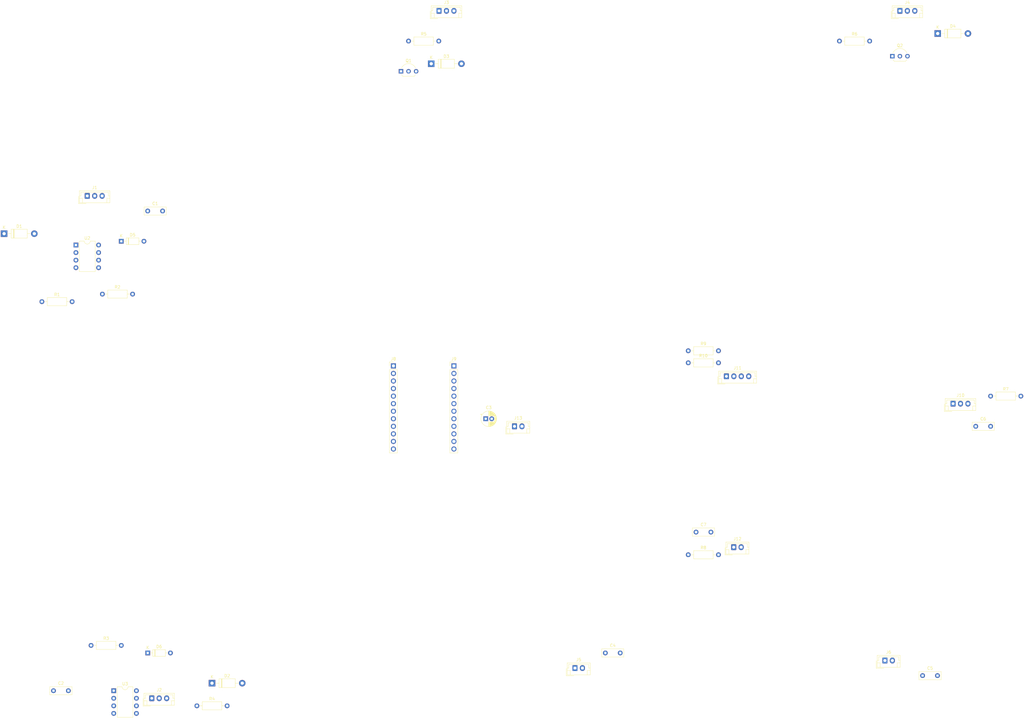
<source format=kicad_pcb>
(kicad_pcb (version 20221018) (generator pcbnew)
  (layers (0 "F.Cu" signal) (31 "B.Cu" signal) (34 "B.Paste" user) (35 "F.Paste" user) (36 "B.SilkS" user "B.Silkscreen") (37 "F.SilkS" user "F.Silkscreen") (38 "B.Mask" user) (39 "F.Mask" user) (44 "Edge.Cuts" user))
  (net 0 "")
  (net 1 "VCC")
  (net 2 "GND")
  (net 3 "CLK1")
  (net 4 "CLK2")
  (net 5 "CSW")
  (net 6 "CPR")
  (net 7 "Net-(D1-K)")
  (net 8 "Net-(D1-A)")
  (net 9 "Net-(D2-K)")
  (net 10 "Net-(D2-A)")
  (net 11 "Net-(D3-K)")
  (net 12 "Net-(D4-K)")
  (net 13 "Net-(D5-K)")
  (net 14 "Net-(D5-A)")
  (net 15 "Net-(D6-K)")
  (net 16 "Net-(D6-A)")
  (net 17 "OUT1")
  (net 18 "IN1")
  (net 19 "SDA")
  (net 20 "SCL")
  (net 21 "IN2")
  (net 29 "OUT2")
  (net 33 "Net-(Q1-B)")
  (net 34 "Net-(Q2-B)")
  (footprint "Connector_JST:JST_EH_B3B-EH-A_1x03_P2.50mm_Vertical" (layer "F.Cu") (at 160.1 -43.18)
    (fp_text reference "J3" (at 2.5 -2.8) (layer "F.SilkS"))
    (fp_text value "MIDI OUT 1")
    (pad "1" thru_hole roundrect (at 0 0) (size 1.7 1.95) (drill 0.95) (layers "*.Cu" "*.Mask") (roundrect_rratio 0.147059) (net 1 "VCC"))
    (pad "2" thru_hole oval (at 2.5 0) (size 1.7 1.95) (drill 0.95) (layers "*.Cu" "*.Mask") (net 11 "Net-(D3-K)"))
    (pad "3" thru_hole oval (at 5 0) (size 1.7 1.95) (drill 0.95) (layers "*.Cu" "*.Mask") (net 2 "GND"))
  )
  (footprint "Capacitor_THT:C_Rect_L7.2mm_W2.5mm_P5.00mm_FKS2_FKP2_MKS2_MKP2" (layer "F.Cu") (at 30.56 185.42)
    (fp_text reference "C2" (at 2.5 -2.5) (layer "F.SilkS"))
    (fp_text value "0.1uF")
    (pad "1" thru_hole circle (at 0 0) (size 1.6 1.6) (drill 0.8) (layers "*.Cu" "*.Mask") (net 1 "VCC"))
    (pad "2" thru_hole circle (at 5 0) (size 1.6 1.6) (drill 0.8) (layers "*.Cu" "*.Mask") (net 2 "GND"))
  )
  (footprint "Connector_PinHeader_2.54mm:PinHeader_1x12_P2.54mm_Vertical" (layer "F.Cu") (at 165.1 76.2)
    (fp_text reference "J9" (at 0 -2.33) (layer "F.SilkS"))
    (fp_text value "RIGHT")
    (pad "1" thru_hole rect (at 0 0) (size 1.7 1.7) (drill 1) (layers "*.Cu" "*.Mask"))
    (pad "2" thru_hole oval (at 0 2.54) (size 1.7 1.7) (drill 1) (layers "*.Cu" "*.Mask") (net 2 "GND"))
    (pad "3" thru_hole oval (at 0 5.08) (size 1.7 1.7) (drill 1) (layers "*.Cu" "*.Mask"))
    (pad "4" thru_hole oval (at 0 7.62) (size 1.7 1.7) (drill 1) (layers "*.Cu" "*.Mask") (net 1 "VCC"))
    (pad "5" thru_hole oval (at 0 10.16) (size 1.7 1.7) (drill 1) (layers "*.Cu" "*.Mask"))
    (pad "6" thru_hole oval (at 0 12.7) (size 1.7 1.7) (drill 1) (layers "*.Cu" "*.Mask"))
    (pad "7" thru_hole oval (at 0 15.24) (size 1.7 1.7) (drill 1) (layers "*.Cu" "*.Mask"))
    (pad "8" thru_hole oval (at 0 17.78) (size 1.7 1.7) (drill 1) (layers "*.Cu" "*.Mask"))
    (pad "9" thru_hole oval (at 0 20.32) (size 1.7 1.7) (drill 1) (layers "*.Cu" "*.Mask") (net 29 "OUT2"))
    (pad "10" thru_hole oval (at 0 22.86) (size 1.7 1.7) (drill 1) (layers "*.Cu" "*.Mask"))
    (pad "11" thru_hole oval (at 0 25.4) (size 1.7 1.7) (drill 1) (layers "*.Cu" "*.Mask"))
    (pad "12" thru_hole oval (at 0 27.94) (size 1.7 1.7) (drill 1) (layers "*.Cu" "*.Mask"))
  )
  (footprint "Resistor_THT:R_Axial_DIN0207_L6.3mm_D2.5mm_P10.16mm_Horizontal" (layer "F.Cu") (at 78.74 190.5)
    (fp_text reference "R4" (at 5.08 -2.37) (layer "F.SilkS"))
    (fp_text value "4.7K")
    (pad "1" thru_hole circle (at 0 0) (size 1.6 1.6) (drill 0.8) (layers "*.Cu" "*.Mask") (net 21 "IN2"))
    (pad "2" thru_hole oval (at 10.16 0) (size 1.6 1.6) (drill 0.8) (layers "*.Cu" "*.Mask") (net 1 "VCC"))
  )
  (footprint "Resistor_THT:R_Axial_DIN0207_L6.3mm_D2.5mm_P10.16mm_Horizontal" (layer "F.Cu") (at 243.84 75.17)
    (fp_text reference "R10" (at 5.08 -2.37) (layer "F.SilkS"))
    (fp_text value "4.7K")
    (pad "1" thru_hole circle (at 0 0) (size 1.6 1.6) (drill 0.8) (layers "*.Cu" "*.Mask") (net 1 "VCC"))
    (pad "2" thru_hole oval (at 10.16 0) (size 1.6 1.6) (drill 0.8) (layers "*.Cu" "*.Mask") (net 20 "SCL"))
  )
  (footprint "Resistor_THT:R_Axial_DIN0207_L6.3mm_D2.5mm_P10.16mm_Horizontal" (layer "F.Cu") (at 149.86 -33.02)
    (fp_text reference "R5" (at 5.08 -2.37) (layer "F.SilkS"))
    (fp_text value "220R")
    (pad "1" thru_hole circle (at 0 0) (size 1.6 1.6) (drill 0.8) (layers "*.Cu" "*.Mask") (net 17 "OUT1"))
    (pad "2" thru_hole oval (at 10.16 0) (size 1.6 1.6) (drill 0.8) (layers "*.Cu" "*.Mask") (net 33 "Net-(Q1-B)"))
  )
  (footprint "Diode_THT:D_DO-41_SOD81_P10.16mm_Horizontal" (layer "F.Cu") (at 157.48 -25.4)
    (fp_text reference "D3" (at 5.08 -2.47) (layer "F.SilkS"))
    (fp_text value "1N5819")
    (fp_text user "K" (at 0 -2.1) (layer "F.SilkS"))
    (pad "1" thru_hole rect (at 0 0) (size 2.2 2.2) (drill 1.1) (layers "*.Cu" "*.Mask") (net 11 "Net-(D3-K)"))
    (pad "2" thru_hole oval (at 10.16 0) (size 2.2 2.2) (drill 1.1) (layers "*.Cu" "*.Mask") (net 2 "GND"))
  )
  (footprint "Resistor_THT:R_Axial_DIN0207_L6.3mm_D2.5mm_P10.16mm_Horizontal" (layer "F.Cu") (at 46.98 52.06)
    (fp_text reference "R2" (at 5.08 -2.37) (layer "F.SilkS"))
    (fp_text value "4.7K")
    (pad "1" thru_hole circle (at 0 0) (size 1.6 1.6) (drill 0.8) (layers "*.Cu" "*.Mask") (net 18 "IN1"))
    (pad "2" thru_hole oval (at 10.16 0) (size 1.6 1.6) (drill 0.8) (layers "*.Cu" "*.Mask") (net 1 "VCC"))
  )
  (footprint "Connector_JST:JST_EH_B3B-EH-A_1x03_P2.50mm_Vertical" (layer "F.Cu") (at 63.58 187.96)
    (fp_text reference "J2" (at 2.5 -2.8) (layer "F.SilkS"))
    (fp_text value "MIDI IN 2")
    (pad "1" thru_hole roundrect (at 0 0) (size 1.7 1.95) (drill 0.95) (layers "*.Cu" "*.Mask") (roundrect_rratio 0.147059) (net 16 "Net-(D6-A)"))
    (pad "2" thru_hole oval (at 2.5 0) (size 1.7 1.95) (drill 0.95) (layers "*.Cu" "*.Mask") (net 10 "Net-(D2-A)"))
    (pad "3" thru_hole oval (at 5 0) (size 1.7 1.95) (drill 0.95) (layers "*.Cu" "*.Mask") (net 2 "GND"))
  )
  (footprint "Connector_JST:JST_EH_B2B-EH-A_1x02_P2.50mm_Vertical" (layer "F.Cu") (at 259.12 137.16)
    (fp_text reference "J12" (at 1.25 -2.8) (layer "F.SilkS"))
    (fp_text value "RESOLUTION")
    (pad "1" thru_hole roundrect (at 0 0) (size 1.7 2) (drill 1) (layers "*.Cu" "*.Mask") (roundrect_rratio 0.147059) (net 6 "CPR"))
    (pad "2" thru_hole oval (at 2.5 0) (size 1.7 2) (drill 1) (layers "*.Cu" "*.Mask") (net 2 "GND"))
  )
  (footprint "Diode_THT:D_DO-41_SOD81_P10.16mm_Horizontal" (layer "F.Cu") (at 327.66 -35.56)
    (fp_text reference "D4" (at 5.08 -2.47) (layer "F.SilkS"))
    (fp_text value "1N5819")
    (fp_text user "K" (at 0 -2.1) (layer "F.SilkS"))
    (pad "1" thru_hole rect (at 0 0) (size 2.2 2.2) (drill 1.1) (layers "*.Cu" "*.Mask") (net 12 "Net-(D4-K)"))
    (pad "2" thru_hole oval (at 10.16 0) (size 2.2 2.2) (drill 1.1) (layers "*.Cu" "*.Mask") (net 2 "GND"))
  )
  (footprint "Resistor_THT:R_Axial_DIN0207_L6.3mm_D2.5mm_P10.16mm_Horizontal" (layer "F.Cu") (at 243.84 139.7)
    (fp_text reference "R8" (at 5.08 -2.37) (layer "F.SilkS"))
    (fp_text value "10K")
    (pad "1" thru_hole circle (at 0 0) (size 1.6 1.6) (drill 0.8) (layers "*.Cu" "*.Mask") (net 2 "GND"))
    (pad "2" thru_hole oval (at 10.16 0) (size 1.6 1.6) (drill 0.8) (layers "*.Cu" "*.Mask") (net 6 "CPR"))
  )
  (footprint "Capacitor_THT:C_Rect_L7.2mm_W2.5mm_P5.00mm_FKS2_FKP2_MKS2_MKP2" (layer "F.Cu") (at 322.58 180.34)
    (fp_text reference "C5" (at 2.5 -2.5) (layer "F.SilkS"))
    (fp_text value "10nF")
    (pad "1" thru_hole circle (at 0 0) (size 1.6 1.6) (drill 0.8) (layers "*.Cu" "*.Mask") (net 2 "GND"))
    (pad "2" thru_hole circle (at 5 0) (size 1.6 1.6) (drill 0.8) (layers "*.Cu" "*.Mask") (net 4 "CLK2"))
  )
  (footprint "Package_DIP:DIP-8_W7.62mm" (layer "F.Cu") (at 38.1 35.56)
    (fp_text reference "U2" (at 3.81 -2.33) (layer "F.SilkS"))
    (fp_text value "6N137")
    (pad "1" thru_hole rect (at 0 0) (size 1.6 1.6) (drill 0.8) (layers "*.Cu" "*.Mask"))
    (pad "2" thru_hole oval (at 0 2.54) (size 1.6 1.6) (drill 0.8) (layers "*.Cu" "*.Mask") (net 7 "Net-(D1-K)"))
    (pad "3" thru_hole oval (at 0 5.08) (size 1.6 1.6) (drill 0.8) (layers "*.Cu" "*.Mask") (net 8 "Net-(D1-A)"))
    (pad "4" thru_hole oval (at 0 7.62) (size 1.6 1.6) (drill 0.8) (layers "*.Cu" "*.Mask"))
    (pad "5" thru_hole oval (at 7.62 7.62) (size 1.6 1.6) (drill 0.8) (layers "*.Cu" "*.Mask") (net 2 "GND"))
    (pad "6" thru_hole oval (at 7.62 5.08) (size 1.6 1.6) (drill 0.8) (layers "*.Cu" "*.Mask") (net 18 "IN1"))
    (pad "7" thru_hole oval (at 7.62 2.54) (size 1.6 1.6) (drill 0.8) (layers "*.Cu" "*.Mask"))
    (pad "8" thru_hole oval (at 7.62 0) (size 1.6 1.6) (drill 0.8) (layers "*.Cu" "*.Mask") (net 1 "VCC"))
  )
  (footprint "Resistor_THT:R_Axial_DIN0207_L6.3mm_D2.5mm_P10.16mm_Horizontal" (layer "F.Cu") (at 26.66 54.6)
    (fp_text reference "R1" (at 5.08 -2.37) (layer "F.SilkS"))
    (fp_text value "220R")
    (pad "1" thru_hole circle (at 0 0) (size 1.6 1.6) (drill 0.8) (layers "*.Cu" "*.Mask") (net 13 "Net-(D5-K)"))
    (pad "2" thru_hole oval (at 10.16 0) (size 1.6 1.6) (drill 0.8) (layers "*.Cu" "*.Mask") (net 7 "Net-(D1-K)"))
  )
  (footprint "Connector_JST:JST_EH_B2B-EH-A_1x02_P2.50mm_Vertical" (layer "F.Cu") (at 309.92 175.26)
    (fp_text reference "J6" (at 1.25 -2.8) (layer "F.SilkS"))
    (fp_text value "CLOCK OUT 2")
    (pad "1" thru_hole roundrect (at 0 0) (size 1.7 2) (drill 1) (layers "*.Cu" "*.Mask") (roundrect_rratio 0.147059) (net 2 "GND"))
    (pad "2" thru_hole oval (at 2.5 0) (size 1.7 2) (drill 1) (layers "*.Cu" "*.Mask") (net 4 "CLK2"))
  )
  (footprint "Package_TO_SOT_THT:TO-92L_Inline_Wide" (layer "F.Cu") (at 312.42 -27.94)
    (fp_text reference "Q2" (at 2.54 -3.56) (layer "F.SilkS"))
    (fp_text value "2N2222")
    (pad "1" thru_hole rect (at 0 0) (size 1.5 1.5) (drill 0.8) (layers "*.Cu" "*.Mask") (net 12 "Net-(D4-K)"))
    (pad "2" thru_hole circle (at 2.54 0) (size 1.5 1.5) (drill 0.8) (layers "*.Cu" "*.Mask") (net 34 "Net-(Q2-B)"))
    (pad "3" thru_hole circle (at 5.08 0) (size 1.5 1.5) (drill 0.8) (layers "*.Cu" "*.Mask") (net 2 "GND"))
  )
  (footprint "Package_DIP:DIP-8_W7.62mm" (layer "F.Cu") (at 50.8 185.42)
    (fp_text reference "U3" (at 3.81 -2.33) (layer "F.SilkS"))
    (fp_text value "6N137")
    (pad "1" thru_hole rect (at 0 0) (size 1.6 1.6) (drill 0.8) (layers "*.Cu" "*.Mask"))
    (pad "2" thru_hole oval (at 0 2.54) (size 1.6 1.6) (drill 0.8) (layers "*.Cu" "*.Mask") (net 9 "Net-(D2-K)"))
    (pad "3" thru_hole oval (at 0 5.08) (size 1.6 1.6) (drill 0.8) (layers "*.Cu" "*.Mask") (net 10 "Net-(D2-A)"))
    (pad "4" thru_hole oval (at 0 7.62) (size 1.6 1.6) (drill 0.8) (layers "*.Cu" "*.Mask"))
    (pad "5" thru_hole oval (at 7.62 7.62) (size 1.6 1.6) (drill 0.8) (layers "*.Cu" "*.Mask") (net 2 "GND"))
    (pad "6" thru_hole oval (at 7.62 5.08) (size 1.6 1.6) (drill 0.8) (layers "*.Cu" "*.Mask") (net 21 "IN2"))
    (pad "7" thru_hole oval (at 7.62 2.54) (size 1.6 1.6) (drill 0.8) (layers "*.Cu" "*.Mask"))
    (pad "8" thru_hole oval (at 7.62 0) (size 1.6 1.6) (drill 0.8) (layers "*.Cu" "*.Mask") (net 1 "VCC"))
  )
  (footprint "Connector_JST:JST_EH_B3B-EH-A_1x03_P2.50mm_Vertical" (layer "F.Cu") (at 41.9 19.04)
    (fp_text reference "J1" (at 2.5 -2.8) (layer "F.SilkS"))
    (fp_text value "MIDI IN 1")
    (pad "1" thru_hole roundrect (at 0 0) (size 1.7 1.95) (drill 0.95) (layers "*.Cu" "*.Mask") (roundrect_rratio 0.147059) (net 14 "Net-(D5-A)"))
    (pad "2" thru_hole oval (at 2.5 0) (size 1.7 1.95) (drill 0.95) (layers "*.Cu" "*.Mask") (net 8 "Net-(D1-A)"))
    (pad "3" thru_hole oval (at 5 0) (size 1.7 1.95) (drill 0.95) (layers "*.Cu" "*.Mask") (net 2 "GND"))
  )
  (footprint "Diode_THT:D_DO-35_SOD27_P7.62mm_Horizontal" (layer "F.Cu") (at 53.33 34.28)
    (fp_text reference "D5" (at 3.81 -2.12) (layer "F.SilkS"))
    (fp_text value "5.1V")
    (fp_text user "K" (at 0 -1.8) (layer "F.SilkS"))
    (pad "1" thru_hole rect (at 0 0) (size 1.6 1.6) (drill 0.8) (layers "*.Cu" "*.Mask") (net 13 "Net-(D5-K)"))
    (pad "2" thru_hole oval (at 7.62 0) (size 1.6 1.6) (drill 0.8) (layers "*.Cu" "*.Mask") (net 14 "Net-(D5-A)"))
  )
  (footprint "Resistor_THT:R_Axial_DIN0207_L6.3mm_D2.5mm_P10.16mm_Horizontal" (layer "F.Cu") (at 43.18 170.18)
    (fp_text reference "R3" (at 5.08 -2.37) (layer "F.SilkS"))
    (fp_text value "220R")
    (pad "1" thru_hole circle (at 0 0) (size 1.6 1.6) (drill 0.8) (layers "*.Cu" "*.Mask") (net 15 "Net-(D6-K)"))
    (pad "2" thru_hole oval (at 10.16 0) (size 1.6 1.6) (drill 0.8) (layers "*.Cu" "*.Mask") (net 9 "Net-(D2-K)"))
  )
  (footprint "Diode_THT:D_DO-35_SOD27_P7.62mm_Horizontal" (layer "F.Cu") (at 62.23 172.72)
    (fp_text reference "D6" (at 3.81 -2.12) (layer "F.SilkS"))
    (fp_text value "5.1V")
    (fp_text user "K" (at 0 -1.8) (layer "F.SilkS"))
    (pad "1" thru_hole rect (at 0 0) (size 1.6 1.6) (drill 0.8) (layers "*.Cu" "*.Mask") (net 15 "Net-(D6-K)"))
    (pad "2" thru_hole oval (at 7.62 0) (size 1.6 1.6) (drill 0.8) (layers "*.Cu" "*.Mask") (net 16 "Net-(D6-A)"))
  )
  (footprint "Capacitor_THT:C_Rect_L7.2mm_W2.5mm_P5.00mm_FKS2_FKP2_MKS2_MKP2" (layer "F.Cu") (at 215.98 172.72)
    (fp_text reference "C4" (at 2.5 -2.5) (layer "F.SilkS"))
    (fp_text value "10nF")
    (pad "1" thru_hole circle (at 0 0) (size 1.6 1.6) (drill 0.8) (layers "*.Cu" "*.Mask") (net 2 "GND"))
    (pad "2" thru_hole circle (at 5 0) (size 1.6 1.6) (drill 0.8) (layers "*.Cu" "*.Mask") (net 3 "CLK1"))
  )
  (footprint "Connector_JST:JST_EH_B4B-EH-A_1x04_P2.50mm_Vertical" (layer "F.Cu") (at 256.66 79.7)
    (fp_text reference "J11" (at 3.75 -2.8) (layer "F.SilkS"))
    (fp_text value "LCD")
    (pad "1" thru_hole roundrect (at 0 0) (size 1.7 1.95) (drill 0.95) (layers "*.Cu" "*.Mask") (roundrect_rratio 0.147059) (net 2 "GND"))
    (pad "2" thru_hole oval (at 2.5 0) (size 1.7 1.95) (drill 0.95) (layers "*.Cu" "*.Mask") (net 1 "VCC"))
    (pad "3" thru_hole oval (at 5 0) (size 1.7 1.95) (drill 0.95) (layers "*.Cu" "*.Mask") (net 20 "SCL"))
    (pad "4" thru_hole oval (at 7.5 0) (size 1.7 1.95) (drill 0.95) (layers "*.Cu" "*.Mask") (net 19 "SDA"))
  )
  (footprint "Connector_JST:JST_EH_B3B-EH-A_1x03_P2.50mm_Vertical" (layer "F.Cu") (at 314.96 -43.18)
    (fp_text reference "J4" (at 2.5 -2.8) (layer "F.SilkS"))
    (fp_text value "MIDI OUT 2")
    (pad "1" thru_hole roundrect (at 0 0) (size 1.7 1.95) (drill 0.95) (layers "*.Cu" "*.Mask") (roundrect_rratio 0.147059) (net 1 "VCC"))
    (pad "2" thru_hole oval (at 2.5 0) (size 1.7 1.95) (drill 0.95) (layers "*.Cu" "*.Mask") (net 12 "Net-(D4-K)"))
    (pad "3" thru_hole oval (at 5 0) (size 1.7 1.95) (drill 0.95) (layers "*.Cu" "*.Mask") (net 2 "GND"))
  )
  (footprint "Connector_JST:JST_EH_B2B-EH-A_1x02_P2.50mm_Vertical" (layer "F.Cu") (at 185.46 96.52)
    (fp_text reference "J13" (at 1.25 -2.8) (layer "F.SilkS"))
    (fp_text value "DC")
    (pad "1" thru_hole roundrect (at 0 0) (size 1.7 2) (drill 1) (layers "*.Cu" "*.Mask") (roundrect_rratio 0.147059) (net 1 "VCC"))
    (pad "2" thru_hole oval (at 2.5 0) (size 1.7 2) (drill 1) (layers "*.Cu" "*.Mask") (net 2 "GND"))
  )
  (footprint "Capacitor_THT:C_Rect_L7.2mm_W2.5mm_P5.00mm_FKS2_FKP2_MKS2_MKP2" (layer "F.Cu") (at 246.46 132.08)
    (fp_text reference "C7" (at 2.5 -2.5) (layer "F.SilkS"))
    (fp_text value "10nF")
    (pad "1" thru_hole circle (at 0 0) (size 1.6 1.6) (drill 0.8) (layers "*.Cu" "*.Mask") (net 6 "CPR"))
    (pad "2" thru_hole circle (at 5 0) (size 1.6 1.6) (drill 0.8) (layers "*.Cu" "*.Mask") (net 2 "GND"))
  )
  (footprint "Connector_JST:JST_EH_B3B-EH-A_1x03_P2.50mm_Vertical" (layer "F.Cu") (at 332.82 88.9)
    (fp_text reference "J10" (at 2.5 -2.8) (layer "F.SilkS"))
    (fp_text value "SWITCH MASTER")
    (pad "1" thru_hole roundrect (at 0 0) (size 1.7 1.95) (drill 0.95) (layers "*.Cu" "*.Mask") (roundrect_rratio 0.147059) (net 1 "VCC"))
    (pad "2" thru_hole oval (at 2.5 0) (size 1.7 1.95) (drill 0.95) (layers "*.Cu" "*.Mask") (net 5 "CSW"))
    (pad "3" thru_hole oval (at 5 0) (size 1.7 1.95) (drill 0.95) (layers "*.Cu" "*.Mask") (net 2 "GND"))
  )
  (footprint "Connector_PinHeader_2.54mm:PinHeader_1x12_P2.54mm_Vertical" (layer "F.Cu") (at 144.78 76.2)
    (fp_text reference "J8" (at 0 -2.33) (layer "F.SilkS"))
    (fp_text value "LEFT")
    (pad "1" thru_hole rect (at 0 0) (size 1.7 1.7) (drill 1) (layers "*.Cu" "*.Mask") (net 17 "OUT1"))
    (pad "2" thru_hole oval (at 0 2.54) (size 1.7 1.7) (drill 1) (layers "*.Cu" "*.Mask") (net 18 "IN1"))
    (pad "3" thru_hole oval (at 0 5.08) (size 1.7 1.7) (drill 1) (layers "*.Cu" "*.Mask") (net 2 "GND"))
    (pad "4" thru_hole oval (at 0 7.62) (size 1.7 1.7) (drill 1) (layers "*.Cu" "*.Mask") (net 2 "GND"))
    (pad "5" thru_hole oval (at 0 10.16) (size 1.7 1.7) (drill 1) (layers "*.Cu" "*.Mask") (net 19 "SDA"))
    (pad "6" thru_hole oval (at 0 12.7) (size 1.7 1.7) (drill 1) (layers "*.Cu" "*.Mask") (net 20 "SCL"))
    (pad "7" thru_hole oval (at 0 15.24) (size 1.7 1.7) (drill 1) (layers "*.Cu" "*.Mask") (net 5 "CSW"))
    (pad "8" thru_hole oval (at 0 17.78) (size 1.7 1.7) (drill 1) (layers "*.Cu" "*.Mask") (net 6 "CPR"))
    (pad "9" thru_hole oval (at 0 20.32) (size 1.7 1.7) (drill 1) (layers "*.Cu" "*.Mask") (net 3 "CLK1"))
    (pad "10" thru_hole oval (at 0 22.86) (size 1.7 1.7) (drill 1) (layers "*.Cu" "*.Mask") (net 21 "IN2"))
    (pad "11" thru_hole oval (at 0 25.4) (size 1.7 1.7) (drill 1) (layers "*.Cu" "*.Mask") (net 4 "CLK2"))
    (pad "12" thru_hole oval (at 0 27.94) (size 1.7 1.7) (drill 1) (layers "*.Cu" "*.Mask"))
  )
  (footprint "Capacitor_THT:C_Rect_L7.2mm_W2.5mm_P5.00mm_FKS2_FKP2_MKS2_MKP2" (layer "F.Cu") (at 340.44 96.52)
    (fp_text reference "C6" (at 2.5 -2.5) (layer "F.SilkS"))
    (fp_text value "10nF")
    (pad "1" thru_hole circle (at 0 0) (size 1.6 1.6) (drill 0.8) (layers "*.Cu" "*.Mask") (net 5 "CSW"))
    (pad "2" thru_hole circle (at 5 0) (size 1.6 1.6) (drill 0.8) (layers "*.Cu" "*.Mask") (net 2 "GND"))
  )
  (footprint "Diode_THT:D_DO-41_SOD81_P10.16mm_Horizontal" (layer "F.Cu") (at 13.96 31.74)
    (fp_text reference "D1" (at 5.08 -2.47) (layer "F.SilkS"))
    (fp_text value "1N5819")
    (fp_text user "K" (at 0 -2.1) (layer "F.SilkS"))
    (pad "1" thru_hole rect (at 0 0) (size 2.2 2.2) (drill 1.1) (layers "*.Cu" "*.Mask") (net 7 "Net-(D1-K)"))
    (pad "2" thru_hole oval (at 10.16 0) (size 2.2 2.2) (drill 1.1) (layers "*.Cu" "*.Mask") (net 8 "Net-(D1-A)"))
  )
  (footprint "Resistor_THT:R_Axial_DIN0207_L6.3mm_D2.5mm_P10.16mm_Horizontal" (layer "F.Cu") (at 345.44 86.36)
    (fp_text reference "R7" (at 5.08 -2.37) (layer "F.SilkS"))
    (fp_text value "10K")
    (pad "1" thru_hole circle (at 0 0) (size 1.6 1.6) (drill 0.8) (layers "*.Cu" "*.Mask") (net 2 "GND"))
    (pad "2" thru_hole oval (at 10.16 0) (size 1.6 1.6) (drill 0.8) (layers "*.Cu" "*.Mask") (net 5 "CSW"))
  )
  (footprint "Connector_JST:JST_EH_B2B-EH-A_1x02_P2.50mm_Vertical" (layer "F.Cu") (at 205.78 177.8)
    (fp_text reference "J5" (at 1.25 -2.8) (layer "F.SilkS"))
    (fp_text value "CLOCK OUT 1")
    (pad "1" thru_hole roundrect (at 0 0) (size 1.7 2) (drill 1) (layers "*.Cu" "*.Mask") (roundrect_rratio 0.147059) (net 2 "GND"))
    (pad "2" thru_hole oval (at 2.5 0) (size 1.7 2) (drill 1) (layers "*.Cu" "*.Mask") (net 3 "CLK1"))
  )
  (footprint "Diode_THT:D_DO-41_SOD81_P10.16mm_Horizontal" (layer "F.Cu") (at 83.82 182.88)
    (fp_text reference "D2" (at 5.08 -2.47) (layer "F.SilkS"))
    (fp_text value "1N5819")
    (fp_text user "K" (at 0 -2.1) (layer "F.SilkS"))
    (pad "1" thru_hole rect (at 0 0) (size 2.2 2.2) (drill 1.1) (layers "*.Cu" "*.Mask") (net 9 "Net-(D2-K)"))
    (pad "2" thru_hole oval (at 10.16 0) (size 2.2 2.2) (drill 1.1) (layers "*.Cu" "*.Mask") (net 10 "Net-(D2-A)"))
  )
  (footprint "Capacitor_THT:CP_Radial_D5.0mm_P2.00mm" (layer "F.Cu") (at 175.8 93.98)
    (fp_text reference "C3" (at 1 -3.75) (layer "F.SilkS"))
    (fp_text value "10uF")
    (pad "1" thru_hole rect (at 0 0) (size 1.6 1.6) (drill 0.8) (layers "*.Cu" "*.Mask") (net 1 "VCC"))
    (pad "2" thru_hole circle (at 2 0) (size 1.6 1.6) (drill 0.8) (layers "*.Cu" "*.Mask") (net 2 "GND"))
  )
  (footprint "Capacitor_THT:C_Rect_L7.2mm_W2.5mm_P5.00mm_FKS2_FKP2_MKS2_MKP2" (layer "F.Cu") (at 62.22 24.12)
    (fp_text reference "C1" (at 2.5 -2.5) (layer "F.SilkS"))
    (fp_text value "0.1uF")
    (pad "1" thru_hole circle (at 0 0) (size 1.6 1.6) (drill 0.8) (layers "*.Cu" "*.Mask") (net 1 "VCC"))
    (pad "2" thru_hole circle (at 5 0) (size 1.6 1.6) (drill 0.8) (layers "*.Cu" "*.Mask") (net 2 "GND"))
  )
  (footprint "Resistor_THT:R_Axial_DIN0207_L6.3mm_D2.5mm_P10.16mm_Horizontal" (layer "F.Cu") (at 243.84 71.12)
    (fp_text reference "R9" (at 5.08 -2.37) (layer "F.SilkS"))
    (fp_text value "4.7K")
    (pad "1" thru_hole circle (at 0 0) (size 1.6 1.6) (drill 0.8) (layers "*.Cu" "*.Mask") (net 1 "VCC"))
    (pad "2" thru_hole oval (at 10.16 0) (size 1.6 1.6) (drill 0.8) (layers "*.Cu" "*.Mask") (net 19 "SDA"))
  )
  (footprint "Package_TO_SOT_THT:TO-92L_Inline_Wide" (layer "F.Cu") (at 147.32 -22.86)
    (fp_text reference "Q1" (at 2.54 -3.56) (layer "F.SilkS"))
    (fp_text value "2N2222")
    (pad "1" thru_hole rect (at 0 0) (size 1.5 1.5) (drill 0.8) (layers "*.Cu" "*.Mask") (net 11 "Net-(D3-K)"))
    (pad "2" thru_hole circle (at 2.54 0) (size 1.5 1.5) (drill 0.8) (layers "*.Cu" "*.Mask") (net 33 "Net-(Q1-B)"))
    (pad "3" thru_hole circle (at 5.08 0) (size 1.5 1.5) (drill 0.8) (layers "*.Cu" "*.Mask") (net 2 "GND"))
  )
  (footprint "Resistor_THT:R_Axial_DIN0207_L6.3mm_D2.5mm_P10.16mm_Horizontal" (layer "F.Cu") (at 294.64 -33.02)
    (fp_text reference "R6" (at 5.08 -2.37) (layer "F.SilkS"))
    (fp_text value "220R")
    (pad "1" thru_hole circle (at 0 0) (size 1.6 1.6) (drill 0.8) (layers "*.Cu" "*.Mask") (net 29 "OUT2"))
    (pad "2" thru_hole oval (at 10.16 0) (size 1.6 1.6) (drill 0.8) (layers "*.Cu" "*.Mask") (net 34 "Net-(Q2-B)"))
  )
)
</source>
